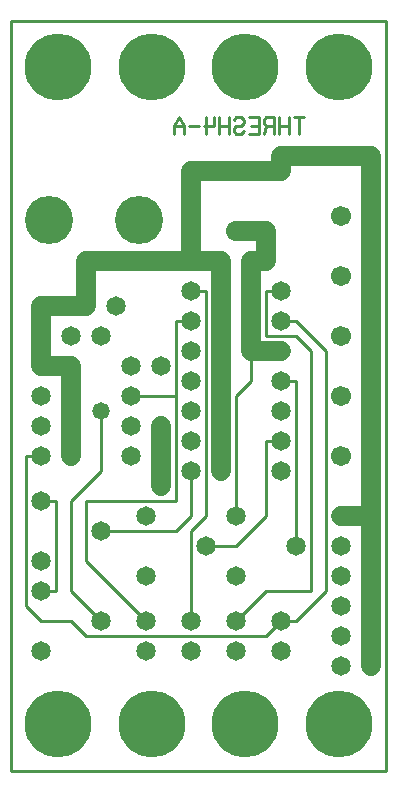
<source format=gbl>
%MOIN*%
%FSLAX25Y25*%
G04 D10 used for Character Trace; *
G04     Circle (OD=.01000) (No hole)*
G04 D11 used for Power Trace; *
G04     Circle (OD=.06700) (No hole)*
G04 D12 used for Signal Trace; *
G04     Circle (OD=.01100) (No hole)*
G04 D13 used for Via; *
G04     Circle (OD=.05800) (Round. Hole ID=.02800)*
G04 D14 used for Component hole; *
G04     Circle (OD=.06500) (Round. Hole ID=.03500)*
G04 D15 used for Component hole; *
G04     Circle (OD=.06700) (Round. Hole ID=.04300)*
G04 D16 used for Component hole; *
G04     Circle (OD=.08100) (Round. Hole ID=.05100)*
G04 D17 used for Component hole; *
G04     Circle (OD=.08900) (Round. Hole ID=.05900)*
G04 D18 used for Component hole; *
G04     Circle (OD=.11300) (Round. Hole ID=.08300)*
G04 D19 used for Component hole; *
G04     Circle (OD=.16000) (Round. Hole ID=.13000)*
G04 D20 used for Component hole; *
G04     Circle (OD=.18300) (Round. Hole ID=.15300)*
G04 D21 used for Component hole; *
G04     Circle (OD=.22291) (Round. Hole ID=.19291)*
%ADD10C,.01000*%
%ADD11C,.06700*%
%ADD12C,.01100*%
%ADD13C,.05800*%
%ADD14C,.06500*%
%ADD15C,.06700*%
%ADD16C,.08100*%
%ADD17C,.08900*%
%ADD18C,.11300*%
%ADD19C,.16000*%
%ADD20C,.18300*%
%ADD21C,.22291*%
%IPPOS*%
%LPD*%
G90*X0Y0D02*D21*X15625Y15625D03*D14*              
X10000Y40000D03*D12*X25000Y45000D02*X85000D01*    
X90000Y50000D01*D14*D03*D12*X95000D01*            
X105000Y60000D01*Y140000D01*X95000Y150000D01*     
X90000D01*D14*D03*D12*X100000Y140000D02*          
X95000Y145000D01*X100000Y60000D02*Y140000D01*     
X85000Y60000D02*X100000D01*X75000Y50000D02*       
X85000Y60000D01*D14*X75000Y50000D03*Y40000D03*    
X90000D03*X75000Y65000D03*X60000Y50000D03*D12*    
Y80000D01*X65000Y85000D01*Y160000D01*X60000D01*   
D14*D03*D11*X70000Y140000D02*Y170000D01*D13*      
Y140000D03*D11*Y100000D01*D13*D03*D14*            
X60000Y110000D03*Y100000D03*D12*Y85000D01*        
X55000Y80000D01*X30000D01*D14*D03*D12*            
X20000Y60000D02*Y90000D01*X30000Y50000D02*        
X20000Y60000D01*D14*X30000Y50000D03*D12*          
X25000Y45000D02*X20000Y50000D01*X10000D01*        
X5000Y55000D01*Y105000D01*X10000D01*D14*D03*D13*  
X20000D03*D11*Y135000D01*X10000D01*D14*D03*D11*   
Y155000D01*X25000D01*D14*D03*D11*Y170000D01*      
X60000D01*X70000D01*D15*X75000Y180000D03*D11*     
X85000D01*Y170000D01*X80000D01*Y140000D01*D12*    
Y130000D01*X75000Y125000D01*Y85000D01*D14*D03*    
X65000Y75000D03*D12*X75000D01*X85000Y85000D01*    
Y110000D01*X90000D01*D14*D03*Y120000D03*          
Y100000D03*D15*X110000Y105000D03*D12*             
X95000Y75000D02*Y130000D01*D14*Y75000D03*         
X110000Y65000D03*Y75000D03*Y85000D03*D11*         
X120000D01*Y65000D01*D14*D03*D11*Y55000D01*D14*   
D03*D11*Y45000D01*D14*D03*D11*Y35000D01*D14*D03*  
X110000Y45000D03*Y35000D03*D21*X109375Y15625D03*  
D14*X110000Y55000D03*D12*X0Y0D02*X125000D01*X0D02*
Y250000D01*X125000D01*Y0D01*D21*X78125Y15625D03*  
D14*X60000Y40000D03*X45000Y65000D03*Y50000D03*D12*
X25000Y70000D01*Y90000D01*X55000D01*Y125000D01*   
X40000D01*D14*D03*X50000Y115000D03*D11*Y95000D01* 
D13*D03*D14*X40000Y105000D03*X45000Y85000D03*D12* 
X20000Y90000D02*X30000Y100000D01*X15000Y60000D02* 
Y90000D01*X10000Y60000D02*X15000D01*D14*X10000D03*
Y70000D03*D12*Y90000D02*X15000D01*D14*X10000D03*  
D12*X30000Y100000D02*Y120000D01*D13*D03*D14*      
X40000Y115000D03*Y135000D03*X10000Y125000D03*     
Y115000D03*X50000Y135000D03*X30000Y145000D03*D12* 
X55000Y125000D02*Y150000D01*X60000D01*D14*D03*    
Y140000D03*D11*X80000D02*X90000D01*D14*D03*D12*   
X85000Y145000D02*X95000D01*X85000D02*Y160000D01*  
X90000D01*D14*D03*D15*X110000Y145000D03*          
Y165000D03*Y185000D03*D14*X60000Y130000D03*D11*   
Y170000D02*Y200000D01*X75000D01*D15*D03*D11*      
X90000D01*Y205000D01*X110000D01*D15*D03*D11*      
X120000D01*Y85000D01*D15*X110000Y125000D03*D12*   
X90000Y130000D02*X95000D01*D14*X90000D03*         
X60000Y120000D03*X35000Y155000D03*D19*            
X42500Y183500D03*D14*X20000Y145000D03*D19*        
X12500Y183500D03*D10*X95837Y212129D02*Y217871D01* 
X97511D02*X94163D01*X92511Y212129D02*Y217871D01*  
X89163Y212129D02*Y217871D01*X92511Y215000D02*     
X89163D01*X87511Y212129D02*Y217871D01*X85000D01*  
X84163Y216914D01*Y215957D01*X85000Y215000D01*     
X87511D01*X85000D02*X84163Y212129D01*X79163D02*   
X82511D01*Y217871D01*X79163D01*X82511Y215000D02*  
X80000D01*X74163Y216914D02*X75000Y217871D01*      
X76674D01*X77511Y216914D01*Y215957D01*            
X76674Y215000D01*X75000D01*X74163Y214043D01*      
Y213086D01*X75000Y212129D01*X76674D01*            
X77511Y213086D01*X72511Y212129D02*Y217871D01*     
X69163Y212129D02*Y217871D01*X72511Y215000D02*     
X69163D01*X65000Y217871D02*Y212129D01*            
X67511Y217871D02*Y215000D01*X64163D01*X62511D02*  
X59163D01*X57511Y212129D02*Y215000D01*            
X55837Y217871D01*X54163Y215000D01*Y212129D01*     
X57511Y215000D02*X54163D01*D14*X45000Y40000D03*   
D21*X109375Y234375D03*X78125D03*X46875D03*        
X15625D03*X46875Y15625D03*M02*                    

</source>
